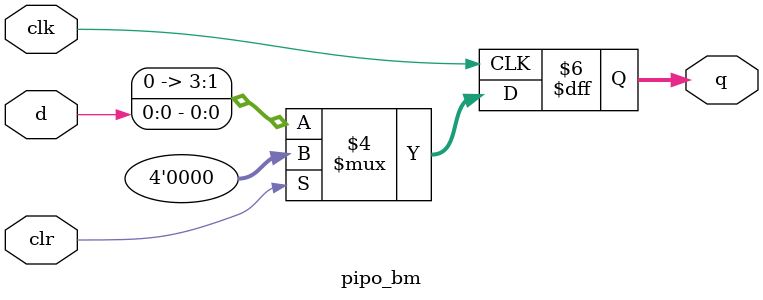
<source format=v>

module pipo_bm(q,clk,clr,d);
input d,clr,clk;
output reg [3:0]q;
always @(posedge clk)
if(clr==1)
q=4'b0000;
else
q=d;
endmodule
</source>
